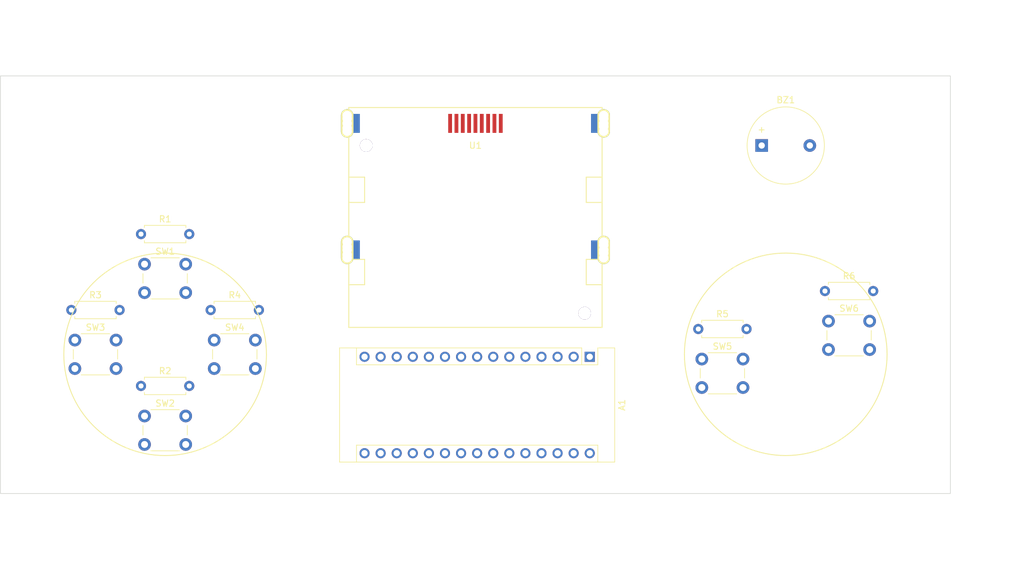
<source format=kicad_pcb>
(kicad_pcb (version 20211014) (generator pcbnew)
  (layers (0 "F.Cu" signal) (31 "B.Cu" signal) (34 "B.Paste" user) (35 "F.Paste" user) (36 "B.SilkS" user "B.Silkscreen") (37 "F.SilkS" user "F.Silkscreen") (38 "B.Mask" user) (39 "F.Mask" user) (44 "Edge.Cuts" user))
  (net 0 "")
  (net 4 "GND")
  (net 5 "/ARDUINO_PAD_UP_PIN")
  (net 6 "/ARDUINO_PAD_DOWN_PIN")
  (net 7 "/ARDUINO_PAD_LEFT_PIN")
  (net 8 "/ARDUINO_PAD_RIGHT_PIN")
  (net 9 "/ARDUINO_PAD_A_PIN")
  (net 10 "/ARDUINO_PAD_B_PIN")
  (net 11 "/ARDUINO_BUZZER_PIN")
  (net 12 "/ARDUINO_DC_PIN")
  (net 13 "/ARDUINO_RESET_PIN")
  (net 14 "/ARDUINO_MOSI_PIN")
  (net 15 "/ARDUINO_SS_PIN")
  (net 16 "/ARDUINO_SCK_PIN")
  (net 17 "+3V3")
  (net 29 "VCC")
  (net 30 "Net-(R3-Pad1)")
  (net 31 "Net-(R4-Pad1)")
  (net 32 "Net-(R5-Pad1)")
  (net 33 "Net-(R6-Pad1)")
  (net 41 "Net-(R1-Pad1)")
  (net 42 "Net-(SW2-Pad3)")
  (footprint "Resistor_THT:R_Axial_DIN0207_L6.3mm_D2.5mm_P7.62mm_Horizontal" (layer "F.Cu") (at 83.19 87)
    (fp_text reference "R4" (at 3.81 -2.37) (layer "F.SilkS"))
    (fp_text value "10K")
    (fp_line (start 0.54 1.37) (end 7.08 1.37) (layer "F.SilkS") (width 0.12))
    (fp_line (start 7.08 -1.37) (end 7.08 -1.04) (layer "F.SilkS") (width 0.12))
    (fp_line (start 0.54 -1.37) (end 7.08 -1.37) (layer "F.SilkS") (width 0.12))
    (fp_line (start 7.08 1.37) (end 7.08 1.04) (layer "F.SilkS") (width 0.12))
    (fp_line (start 0.54 -1.04) (end 0.54 -1.37) (layer "F.SilkS") (width 0.12))
    (fp_line (start 0.54 1.04) (end 0.54 1.37) (layer "F.SilkS") (width 0.12))
    (pad "1" thru_hole circle (at 0 0) (size 1.6 1.6) (drill 0.8) (layers *.Cu *.Mask) (net 31 "Net-(R4-Pad1)"))
    (pad "2" thru_hole oval (at 7.62 0) (size 1.6 1.6) (drill 0.8) (layers *.Cu *.Mask) (net 4 "GND"))
  )
  (footprint "Footprints:SW_PUSH_6mm_ALT" (layer "F.Cu") (at 83.75 91.75)
    (fp_text reference "SW4" (at 3.25 -2) (layer "F.SilkS"))
    (fp_text value "SW_Push_Dual")
    (fp_line (start 5.5 -1) (end 1 -1) (layer "F.SilkS") (width 0.12))
    (fp_line (start 6.75 3) (end 6.75 1.5) (layer "F.SilkS") (width 0.12))
    (fp_line (start 1 5.5) (end 5.5 5.5) (layer "F.SilkS") (width 0.12))
    (fp_line (start -0.25 1.5) (end -0.25 3) (layer "F.SilkS") (width 0.12))
    (pad "1" thru_hole circle (at 0 0 90) (size 2 2) (drill 1.1) (layers *.Cu *.Mask) (net 17 "+3V3"))
    (pad "2" thru_hole circle (at 6.5 0 90) (size 2 2) (drill 1.1) (layers *.Cu *.Mask))
    (pad "3" thru_hole circle (at 0 4.5 90) (size 2 2) (drill 1.1) (layers *.Cu *.Mask) (net 31 "Net-(R4-Pad1)"))
    (pad "4" thru_hole circle (at 6.5 4.5 90) (size 2 2) (drill 1.1) (layers *.Cu *.Mask) (net 8 "/ARDUINO_PAD_RIGHT_PIN"))
  )
  (footprint "Footprints:SW_PUSH_6mm_ALT" (layer "F.Cu") (at 160.75 94.75)
    (fp_text reference "SW5" (at 3.25 -2) (layer "F.SilkS"))
    (fp_text value "SW_Push_Dual")
    (fp_line (start -0.25 1.5) (end -0.25 3) (layer "F.SilkS") (width 0.12))
    (fp_line (start 1 5.5) (end 5.5 5.5) (layer "F.SilkS") (width 0.12))
    (fp_line (start 5.5 -1) (end 1 -1) (layer "F.SilkS") (width 0.12))
    (fp_line (start 6.75 3) (end 6.75 1.5) (layer "F.SilkS") (width 0.12))
    (pad "1" thru_hole circle (at 0 0 90) (size 2 2) (drill 1.1) (layers *.Cu *.Mask) (net 17 "+3V3"))
    (pad "2" thru_hole circle (at 6.5 0 90) (size 2 2) (drill 1.1) (layers *.Cu *.Mask))
    (pad "3" thru_hole circle (at 0 4.5 90) (size 2 2) (drill 1.1) (layers *.Cu *.Mask) (net 32 "Net-(R5-Pad1)"))
    (pad "4" thru_hole circle (at 6.5 4.5 90) (size 2 2) (drill 1.1) (layers *.Cu *.Mask) (net 9 "/ARDUINO_PAD_A_PIN"))
  )
  (footprint "Resistor_THT:R_Axial_DIN0207_L6.3mm_D2.5mm_P7.62mm_Horizontal" (layer "F.Cu") (at 61.19 87)
    (fp_text reference "R3" (at 3.81 -2.37) (layer "F.SilkS"))
    (fp_text value "10K")
    (fp_line (start 0.54 1.04) (end 0.54 1.37) (layer "F.SilkS") (width 0.12))
    (fp_line (start 0.54 -1.04) (end 0.54 -1.37) (layer "F.SilkS") (width 0.12))
    (fp_line (start 0.54 -1.37) (end 7.08 -1.37) (layer "F.SilkS") (width 0.12))
    (fp_line (start 0.54 1.37) (end 7.08 1.37) (layer "F.SilkS") (width 0.12))
    (fp_line (start 7.08 1.37) (end 7.08 1.04) (layer "F.SilkS") (width 0.12))
    (fp_line (start 7.08 -1.37) (end 7.08 -1.04) (layer "F.SilkS") (width 0.12))
    (pad "1" thru_hole circle (at 0 0) (size 1.6 1.6) (drill 0.8) (layers *.Cu *.Mask) (net 30 "Net-(R3-Pad1)"))
    (pad "2" thru_hole oval (at 7.62 0) (size 1.6 1.6) (drill 0.8) (layers *.Cu *.Mask) (net 4 "GND"))
  )
  (footprint "Resistor_THT:R_Axial_DIN0207_L6.3mm_D2.5mm_P7.62mm_Horizontal" (layer "F.Cu") (at 180.19 84)
    (fp_text reference "R6" (at 3.81 -2.37) (layer "F.SilkS"))
    (fp_text value "10K")
    (fp_line (start 0.54 -1.37) (end 7.08 -1.37) (layer "F.SilkS") (width 0.12))
    (fp_line (start 7.08 1.37) (end 7.08 1.04) (layer "F.SilkS") (width 0.12))
    (fp_line (start 0.54 1.37) (end 7.08 1.37) (layer "F.SilkS") (width 0.12))
    (fp_line (start 0.54 1.04) (end 0.54 1.37) (layer "F.SilkS") (width 0.12))
    (fp_line (start 0.54 -1.04) (end 0.54 -1.37) (layer "F.SilkS") (width 0.12))
    (fp_line (start 7.08 -1.37) (end 7.08 -1.04) (layer "F.SilkS") (width 0.12))
    (pad "1" thru_hole circle (at 0 0) (size 1.6 1.6) (drill 0.8) (layers *.Cu *.Mask) (net 33 "Net-(R6-Pad1)"))
    (pad "2" thru_hole oval (at 7.62 0) (size 1.6 1.6) (drill 0.8) (layers *.Cu *.Mask) (net 4 "GND"))
  )
  (footprint "Buzzer_Beeper:Buzzer_12x9.5RM7.6" (layer "F.Cu") (at 170.2 61)
    (fp_text reference "BZ1" (at 3.8 -7.2) (layer "F.SilkS"))
    (fp_text value "Buzzer")
    (fp_text user "+" (at -0.01 -2.54) (layer "F.SilkS"))
    (fp_circle (center 3.8 0) (end 9.9 0) (layer "F.SilkS") (width 0.12) (fill none))
    (pad "1" thru_hole rect (at 0 0) (size 2 2) (drill 1) (layers *.Cu *.Mask) (net 11 "/ARDUINO_BUZZER_PIN"))
    (pad "2" thru_hole circle (at 7.6 0) (size 2 2) (drill 1) (layers *.Cu *.Mask) (net 4 "GND"))
  )
  (footprint "Footprints:SW_PUSH_6mm_ALT" (layer "F.Cu") (at 61.75 91.75)
    (fp_text reference "SW3" (at 3.25 -2) (layer "F.SilkS"))
    (fp_text value "SW_Push_Dual")
    (fp_line (start 6.75 3) (end 6.75 1.5) (layer "F.SilkS") (width 0.12))
    (fp_line (start -0.25 1.5) (end -0.25 3) (layer "F.SilkS") (width 0.12))
    (fp_line (start 5.5 -1) (end 1 -1) (layer "F.SilkS") (width 0.12))
    (fp_line (start 1 5.5) (end 5.5 5.5) (layer "F.SilkS") (width 0.12))
    (pad "1" thru_hole circle (at 0 0 90) (size 2 2) (drill 1.1) (layers *.Cu *.Mask) (net 17 "+3V3"))
    (pad "2" thru_hole circle (at 6.5 0 90) (size 2 2) (drill 1.1) (layers *.Cu *.Mask))
    (pad "3" thru_hole circle (at 0 4.5 90) (size 2 2) (drill 1.1) (layers *.Cu *.Mask) (net 30 "Net-(R3-Pad1)"))
    (pad "4" thru_hole circle (at 6.5 4.5 90) (size 2 2) (drill 1.1) (layers *.Cu *.Mask) (net 7 "/ARDUINO_PAD_LEFT_PIN"))
  )
  (footprint "Resistor_THT:R_Axial_DIN0207_L6.3mm_D2.5mm_P7.62mm_Horizontal" (layer "F.Cu") (at 72.19 75)
    (fp_text reference "R1" (at 3.81 -2.37) (layer "F.SilkS"))
    (fp_text value "10K")
    (fp_line (start 7.08 -1.37) (end 7.08 -1.04) (layer "F.SilkS") (width 0.12))
    (fp_line (start 0.54 1.37) (end 7.08 1.37) (layer "F.SilkS") (width 0.12))
    (fp_line (start 0.54 1.04) (end 0.54 1.37) (layer "F.SilkS") (width 0.12))
    (fp_line (start 0.54 -1.37) (end 7.08 -1.37) (layer "F.SilkS") (width 0.12))
    (fp_line (start 0.54 -1.04) (end 0.54 -1.37) (layer "F.SilkS") (width 0.12))
    (fp_line (start 7.08 1.37) (end 7.08 1.04) (layer "F.SilkS") (width 0.12))
    (pad "1" thru_hole circle (at 0 0) (size 1.6 1.6) (drill 0.8) (layers *.Cu *.Mask) (net 41 "Net-(R1-Pad1)"))
    (pad "2" thru_hole oval (at 7.62 0) (size 1.6 1.6) (drill 0.8) (layers *.Cu *.Mask) (net 4 "GND"))
  )
  (footprint "Resistor_THT:R_Axial_DIN0207_L6.3mm_D2.5mm_P7.62mm_Horizontal" (layer "F.Cu") (at 72.19 99)
    (fp_text reference "R2" (at 3.81 -2.37) (layer "F.SilkS"))
    (fp_text value "10K")
    (fp_line (start 7.08 1.37) (end 7.08 1.04) (layer "F.SilkS") (width 0.12))
    (fp_line (start 7.08 -1.37) (end 7.08 -1.04) (layer "F.SilkS") (width 0.12))
    (fp_line (start 0.54 1.04) (end 0.54 1.37) (layer "F.SilkS") (width 0.12))
    (fp_line (start 0.54 1.37) (end 7.08 1.37) (layer "F.SilkS") (width 0.12))
    (fp_line (start 0.54 -1.37) (end 7.08 -1.37) (layer "F.SilkS") (width 0.12))
    (fp_line (start 0.54 -1.04) (end 0.54 -1.37) (layer "F.SilkS") (width 0.12))
    (pad "1" thru_hole circle (at 0 0) (size 1.6 1.6) (drill 0.8) (layers *.Cu *.Mask) (net 42 "Net-(SW2-Pad3)"))
    (pad "2" thru_hole oval (at 7.62 0) (size 1.6 1.6) (drill 0.8) (layers *.Cu *.Mask) (net 4 "GND"))
  )
  (footprint "Footprints:SW_PUSH_6mm_ALT" (layer "F.Cu") (at 180.75 88.75)
    (fp_text reference "SW6" (at 3.25 -2) (layer "F.SilkS"))
    (fp_text value "SW_Push_Dual")
    (fp_line (start 5.5 -1) (end 1 -1) (layer "F.SilkS") (width 0.12))
    (fp_line (start 6.75 3) (end 6.75 1.5) (layer "F.SilkS") (width 0.12))
    (fp_line (start 1 5.5) (end 5.5 5.5) (layer "F.SilkS") (width 0.12))
    (fp_line (start -0.25 1.5) (end -0.25 3) (layer "F.SilkS") (width 0.12))
    (pad "1" thru_hole circle (at 0 0 90) (size 2 2) (drill 1.1) (layers *.Cu *.Mask) (net 17 "+3V3"))
    (pad "2" thru_hole circle (at 6.5 0 90) (size 2 2) (drill 1.1) (layers *.Cu *.Mask))
    (pad "3" thru_hole circle (at 0 4.5 90) (size 2 2) (drill 1.1) (layers *.Cu *.Mask) (net 33 "Net-(R6-Pad1)"))
    (pad "4" thru_hole circle (at 6.5 4.5 90) (size 2 2) (drill 1.1) (layers *.Cu *.Mask) (net 10 "/ARDUINO_PAD_B_PIN"))
  )
  (footprint "Footprints:SW_PUSH_6mm_ALT" (layer "F.Cu") (at 72.75 79.75)
    (fp_text reference "SW1" (at 3.25 -2) (layer "F.SilkS"))
    (fp_text value "SW_Push_Dual")
    (fp_line (start 5.5 -1) (end 1 -1) (layer "F.SilkS") (width 0.12))
    (fp_line (start -0.25 1.5) (end -0.25 3) (layer "F.SilkS") (width 0.12))
    (fp_line (start 6.75 3) (end 6.75 1.5) (layer "F.SilkS") (width 0.12))
    (fp_line (start 1 5.5) (end 5.5 5.5) (layer "F.SilkS") (width 0.12))
    (pad "1" thru_hole circle (at 0 0 90) (size 2 2) (drill 1.1) (layers *.Cu *.Mask) (net 17 "+3V3"))
    (pad "2" thru_hole circle (at 6.5 0 90) (size 2 2) (drill 1.1) (layers *.Cu *.Mask))
    (pad "3" thru_hole circle (at 0 4.5 90) (size 2 2) (drill 1.1) (layers *.Cu *.Mask) (net 41 "Net-(R1-Pad1)"))
    (pad "4" thru_hole circle (at 6.5 4.5 90) (size 2 2) (drill 1.1) (layers *.Cu *.Mask) (net 5 "/ARDUINO_PAD_UP_PIN"))
  )
  (footprint "Nokia_5110-3310_LCD:Nokia_5110-3310_LCD" (layer "F.Cu") (at 125 55)
    (fp_text reference "U1" (at 0 6) (layer "F.SilkS"))
    (fp_text value "Nokia_5110_LCD")
    (fp_line (start 20 34.75) (end -20 34.75) (layer "F.SilkS") (width 0.15))
    (fp_line (start -20 24) (end -17.5 24) (layer "F.SilkS") (width 0.15))
    (fp_line (start 17.5 24) (end 17.5 28) (layer "F.SilkS") (width 0.15))
    (fp_line (start -17.5 24) (end -17.5 28) (layer "F.SilkS") (width 0.15))
    (fp_line (start 20 24) (end 17.5 24) (layer "F.SilkS") (width 0.15))
    (fp_line (start -20 11) (end -17.5 11) (layer "F.SilkS") (width 0.15))
    (fp_line (start -20 0) (end -20 34.75) (layer "F.SilkS") (width 0.15))
    (fp_line (start 20 11) (end 17.5 11) (layer "F.SilkS") (width 0.15))
    (fp_line (start 17.5 28) (end 20 28) (layer "F.SilkS") (width 0.15))
    (fp_line (start -17.5 28) (end -20 28) (layer "F.SilkS") (width 0.15))
    (fp_line (start -20 0) (end 20 0) (layer "F.SilkS") (width 0.15))
    (fp_line (start -17.5 15) (end -20 15) (layer "F.SilkS") (width 0.15))
    (fp_line (start -17.5 11) (end -17.5 15) (layer "F.SilkS") (width 0.15))
    (fp_line (start 20 0) (end 20 34.75) (layer "F.SilkS") (width 0.15))
    (fp_line (start 17.5 11) (end 17.5 15) (layer "F.SilkS") (width 0.15))
    (fp_line (start 17.5 15) (end 20 15) (layer "F.SilkS") (width 0.15))
    (pad "" np_thru_hole circle locked (at -20.25 3.75) (size 1.5 1.5) (drill 1.5) (layers *.Mask "B.Cu" "F.SilkS"))
    (pad "" np_thru_hole circle locked (at -20.25 22) (size 1.5 1.5) (drill 1.5) (layers *.Mask "B.Cu" "F.SilkS"))
    (pad "" np_thru_hole circle locked (at 20.25 23) (size 1.5 1.5) (drill 1.5) (layers *.Mask "B.Cu" "F.SilkS"))
    (pad "" smd rect locked (at 19 2.5) (size 1.5 3) (layers "B.Cu" "B.Mask"))
    (pad "" np_thru_hole circle locked (at -20.25 23.25) (size 1.5 1.5) (drill 1.5) (layers *.Mask "B.Cu" "F.SilkS"))
    (pad "" np_thru_hole oval locked (at 20.25 2.5) (size 2 4.5) (drill 1.5) (layers *.Mask "B.Cu" "F.SilkS"))
    (pad "" smd rect locked (at -19 22.5) (size 1.5 3) (layers "B.Cu" "B.Mask"))
    (pad "" thru_hole circle locked (at -17.25 6) (size 2 2) (drill 2) (layers *.Cu))
    (pad "" np_thru_hole oval locked (at 20.25 22.5) (size 2 4.5) (drill 1.5) (layers *.Mask "B.Cu" "F.SilkS"))
    (pad "" np_thru_hole circle locked (at 20.25 3) (size 1.5 1.5) (drill 1.5) (layers *.Mask "B.Cu" "F.SilkS"))
    (pad "" np_thru_hole circle locked (at -20.25 23.75) (size 1.5 1.5) (drill 1.5) (layers *.Mask "B.Cu" "F.SilkS"))
    (pad "" np_thru_hole circle locked (at 20.25 1.75) (size 1.5 1.5) (drill 1.5) (layers *.Mask "B.Cu" "F.SilkS"))
    (pad "" np_thru_hole circle locked (at 20.25 21.75) (size 1.5 1.5) (drill 1.5) (layers *.Mask "B.Cu" "F.SilkS"))
    (pad "" np_thru_hole circle locked (at -20.25 21.25) (size 1.5 1.5) (drill 1.5) (layers *.Mask "B.Cu" "F.SilkS"))
    (pad "" smd rect locked (at -19 2.5) (size 1.5 3) (layers "B.Cu" "B.Mask"))
    (pad "" thru_hole circle locked (at 17.25 32.5) (size 2 2) (drill 2) (layers *.Cu))
    (pad "" np_thru_hole circle locked (at 20.25 23.75) (size 1.5 1.5) (drill 1.5) (layers *.Mask "B.Cu" "F.SilkS"))
    (pad "" smd rect locked (at 19 22.5) (size 1.5 3) (layers "B.Cu" "B.Mask"))
    (pad "" np_thru_hole circle locked (at -20.25 1.25) (size 1.5 1.5) (drill 1.5) (layers *.Mask "B.Cu" "F.SilkS"))
    (pad "" np_thru_hole oval locked (at -20.25 2.5) (size 2 4.5) (drill 1.5) (layers *.Mask "B.Cu" "F.SilkS"))
    (pad "" np_thru_hole oval locked (at -20.25 22.5) (size 2 4.5) (drill 1.5) (layers *.Mask "B.Cu" "F.SilkS"))
    (pad "" np_thru_hole circle locked (at -20.25 1.75) (size 1.5 1.5) (drill 1.5) (layers *.Mask "B.Cu" "F.SilkS"))
    (pad "" np_thru_hole circle locked (at -20.25 3.25) (size 1.5 1.5) (drill 1.5) (layers *.Mask "B.Cu" "F.SilkS"))
    (pad "" np_thru_hole circle locked (at 20.25 3.75) (size 1.5 1.5) (drill 1.5) (layers *.Mask "B.Cu" "F.SilkS"))
    (pad "" np_thru_hole circle locked (at 20.25 1.25) (size 1.5 1.5) (drill 1.5) (layers *.Mask "B.Cu" "F.SilkS"))
    (pad "" np_thru_hole circle locked (at 20.25 21.25) (size 1.5 1.5) (drill 1.5) (layers *.Mask "B.Cu" "F.SilkS"))
    (pad "1" smd rect locked (at -4 2.5) (size 0.6 3) (layers "F.Cu" "F.Mask") (net 13 "/ARDUINO_RESET_PIN"))
    (pad "2" smd rect locked (at -3 2.5) (size 0.6 3) (layers "F.Cu" "F.Mask"))
    (pad "3" smd rect locked (at -2 2.5) (size 0.6 3) (layers "F.Cu" "F.Mask") (net 4 "GND"))
    (pad "4" smd rect locked (at -1 2.5) (size 0.6 3) (layers "F.Cu" "F.Mask"))
    (pad "5" smd rect locked (at 0 2.5) (size 0.6 3) (layers "F.Cu" "F.Mask") (net 15 "/ARDUINO_SS_PIN"))
    (pad "6" smd rect locked (at 1 2.5) (size 0.6 3) (layers "F.Cu" "F.Mask") (net 12 "/ARDUINO_DC_PIN"))
    (pad "7" smd rect locked (at 2 2.5) (size 0.6 3) (layers "F.Cu" "F.Mask") (net 14 "/ARDUINO_MOSI_PIN"))
    (pad "8" smd rect locked (at 3 2.5) (size 0.6 3) (layers "F.Cu" "F.Mask") (net 16 "/ARDUINO_SCK_PIN"))
    (pad "9" smd rect locked (at 4 2.5) (size 0.6 3) (layers "F.Cu" "F.Mask") (net 17 "+3V3"))
  )
  (footprint "Resistor_THT:R_Axial_DIN0207_L6.3mm_D2.5mm_P7.62mm_Horizontal" (layer "F.Cu") (at 160.19 90)
    (fp_text reference "R5" (at 3.81 -2.37) (layer "F.SilkS"))
    (fp_text value "10K")
    (fp_line (start 0.54 -1.37) (end 7.08 -1.37) (layer "F.SilkS") (width 0.12))
    (fp_line (start 0.54 -1.04) (end 0.54 -1.37) (layer "F.SilkS") (width 0.12))
    (fp_line (start 7.08 1.37) (end 7.08 1.04) (layer "F.SilkS") (width 0.12))
    (fp_line (start 0.54 1.04) (end 0.54 1.37) (layer "F.SilkS") (width 0.12))
    (fp_line (start 0.54 1.37) (end 7.08 1.37) (layer "F.SilkS") (width 0.12))
    (fp_line (start 7.08 -1.37) (end 7.08 -1.04) (layer "F.SilkS") (width 0.12))
    (pad "1" thru_hole circle (at 0 0) (size 1.6 1.6) (drill 0.8) (layers *.Cu *.Mask) (net 32 "Net-(R5-Pad1)"))
    (pad "2" thru_hole oval (at 7.62 0) (size 1.6 1.6) (drill 0.8) (layers *.Cu *.Mask) (net 4 "GND"))
  )
  (footprint "Footprints:SW_PUSH_6mm_ALT" (layer "F.Cu") (at 72.75 103.75)
    (fp_text reference "SW2" (at 3.25 -2) (layer "F.SilkS"))
    (fp_text value "SW_Push_Dual")
    (fp_line (start 6.75 3) (end 6.75 1.5) (layer "F.SilkS") (width 0.12))
    (fp_line (start 5.5 -1) (end 1 -1) (layer "F.SilkS") (width 0.12))
    (fp_line (start 1 5.5) (end 5.5 5.5) (layer "F.SilkS") (width 0.12))
    (fp_line (start -0.25 1.5) (end -0.25 3) (layer "F.SilkS") (width 0.12))
    (pad "1" thru_hole circle (at 0 0 90) (size 2 2) (drill 1.1) (layers *.Cu *.Mask) (net 17 "+3V3"))
    (pad "2" thru_hole circle (at 6.5 0 90) (size 2 2) (drill 1.1) (layers *.Cu *.Mask))
    (pad "3" thru_hole circle (at 0 4.5 90) (size 2 2) (drill 1.1) (layers *.Cu *.Mask) (net 42 "Net-(SW2-Pad3)"))
    (pad "4" thru_hole circle (at 6.5 4.5 90) (size 2 2) (drill 1.1) (layers *.Cu *.Mask) (net 6 "/ARDUINO_PAD_DOWN_PIN"))
  )
  (footprint "Module:Arduino_Nano" (layer "F.Cu") (at 143.05 94.39 -90)
    (fp_text reference "A1" (at 7.62 -5.08 90) (layer "F.SilkS"))
    (fp_text value "Arduino_Nano_Every")
    (fp_line (start 1.27 1.27) (end 1.27 36.83) (layer "F.SilkS") (width 0.12))
    (fp_line (start -1.4 -3.94) (end -1.4 -1.27) (layer "F.SilkS") (width 0.12))
    (fp_line (start 16.64 39.5) (end 16.64 -3.94) (layer "F.SilkS") (width 0.12))
    (fp_line (start 13.97 -1.27) (end 16.64 -1.27) (layer "F.SilkS") (width 0.12))
    (fp_line (start 1.27 1.27) (end 1.27 -1.27) (layer "F.SilkS") (width 0.12))
    (fp_line (start -1.4 1.27) (end -1.4 39.5) (layer "F.SilkS") (width 0.12))
    (fp_line (start 1.27 36.83) (end -1.4 36.83) (layer "F.SilkS") (width 0.12))
    (fp_line (start 1.27 -1.27) (end -1.4 -1.27) (layer "F.SilkS") (width 0.12))
    (fp_line (start 13.97 36.83) (end 16.64 36.83) (layer "F.SilkS") (width 0.12))
    (fp_line (start 16.64 -3.94) (end -1.4 -3.94) (layer "F.SilkS") (width 0.12))
    (fp_line (start -1.4 39.5) (end 16.64 39.5) (layer "F.SilkS") (width 0.12))
    (fp_line (start 13.97 -1.27) (end 13.97 36.83) (layer "F.SilkS") (width 0.12))
    (fp_line (start 1.27 1.27) (end -1.4 1.27) (layer "F.SilkS") (width 0.12))
    (pad "1" thru_hole rect (at 0 0 270) (size 1.6 1.6) (drill 1) (layers *.Cu *.Mask))
    (pad "2" thru_hole oval (at 0 2.54 270) (size 1.6 1.6) (drill 1) (layers *.Cu *.Mask))
    (pad "3" thru_hole oval (at 0 5.08 270) (size 1.6 1.6) (drill 1) (layers *.Cu *.Mask))
    (pad "4" thru_hole oval (at 0 7.62 270) (size 1.6 1.6) (drill 1) (layers *.Cu *.Mask) (net 4 "GND"))
    (pad "5" thru_hole oval (at 0 10.16 270) (size 1.6 1.6) (drill 1) (layers *.Cu *.Mask) (net 5 "/ARDUINO_PAD_UP_PIN"))
    (pad "6" thru_hole oval (at 0 12.7 270) (size 1.6 1.6) (drill 1) (layers *.Cu *.Mask) (net 6 "/ARDUINO_PAD_DOWN_PIN"))
    (pad "7" thru_hole oval (at 0 15.24 270) (size 1.6 1.6) (drill 1) (layers *.Cu *.Mask) (net 7 "/ARDUINO_PAD_LEFT_PIN"))
    (pad "8" thru_hole oval (at 0 17.78 270) (size 1.6 1.6) (drill 1) (layers *.Cu *.Mask) (net 8 "/ARDUINO_PAD_RIGHT_PIN"))
    (pad "9" thru_hole oval (at 0 20.32 270) (size 1.6 1.6) (drill 1) (layers *.Cu *.Mask) (net 9 "/ARDUINO_PAD_A_PIN"))
    (pad "10" thru_hole oval (at 0 22.86 270) (size 1.6 1.6) (drill 1) (layers *.Cu *.Mask) (net 10 "/ARDUINO_PAD_B_PIN"))
    (pad "11" thru_hole oval (at 0 25.4 270) (size 1.6 1.6) (drill 1) (layers *.Cu *.Mask) (net 11 "/ARDUINO_BUZZER_PIN"))
    (pad "12" thru_hole oval (at 0 27.94 270) (size 1.6 1.6) (drill 1) (layers *.Cu *.Mask) (net 12 "/ARDUINO_DC_PIN"))
    (pad "13" thru_hole oval (at 0 30.48 270) (size 1.6 1.6) (drill 1) (layers *.Cu *.Mask) (net 13 "/ARDUINO_RESET_PIN"))
    (pad "14" thru_hole oval (at 0 33.02 270) (size 1.6 1.6) (drill 1) (layers *.Cu *.Mask) (net 14 "/ARDUINO_MOSI_PIN"))
    (pad "15" thru_hole oval (at 0 35.56 270) (size 1.6 1.6) (drill 1) (layers *.Cu *.Mask) (net 15 "/ARDUINO_SS_PIN"))
    (pad "16" thru_hole oval (at 15.24 35.56 270) (size 1.6 1.6) (drill 1) (layers *.Cu *.Mask) (net 16 "/ARDUINO_SCK_PIN"))
    (pad "17" thru_hole oval (at 15.24 33.02 270) (size 1.6 1.6) (drill 1) (layers *.Cu *.Mask) (net 17 "+3V3"))
    (pad "18" thru_hole oval (at 15.24 30.48 270) (size 1.6 1.6) (drill 1) (layers *.Cu *.Mask))
    (pad "19" thru_hole oval (at 15.24 27.94 270) (size 1.6 1.6) (drill 1) (layers *.Cu *.Mask))
    (pad "20" thru_hole oval (at 15.24 25.4 270) (size 1.6 1.6) (drill 1) (layers *.Cu *.Mask))
    (pad "21" thru_hole oval (at 15.24 22.86 270) (size 1.6 1.6) (drill 1) (layers *.Cu *.Mask))
    (pad "22" thru_hole oval (at 15.24 20.32 270) (size 1.6 1.6) (drill 1) (layers *.Cu *.Mask))
    (pad "23" thru_hole oval (at 15.24 17.78 270) (size 1.6 1.6) (drill 1) (layers *.Cu *.Mask))
    (pad "24" thru_hole oval (at 15.24 15.24 270) (size 1.6 1.6) (drill 1) (layers *.Cu *.Mask))
    (pad "25" thru_hole oval (at 15.24 12.7 270) (size 1.6 1.6) (drill 1) (layers *.Cu *.Mask))
    (pad "26" thru_hole oval (at 15.24 10.16 270) (size 1.6 1.6) (drill 1) (layers *.Cu *.Mask))
    (pad "27" thru_hole oval (at 15.24 7.62 270) (size 1.6 1.6) (drill 1) (layers *.Cu *.Mask))
    (pad "28" thru_hole oval (at 15.24 5.08 270) (size 1.6 1.6) (drill 1) (layers *.Cu *.Mask))
    (pad "29" thru_hole oval (at 15.24 2.54 270) (size 1.6 1.6) (drill 1) (layers *.Cu *.Mask) (net 4 "GND"))
    (pad "30" thru_hole oval (at 15.24 0 270) (size 1.6 1.6) (drill 1) (layers *.Cu *.Mask) (net 29 "VCC"))
  )
  (gr_circle (center 76 94) (end 92 94) (layer "F.SilkS") (width 0.15) (fill none))
  (gr_circle (center 174 94) (end 190 94) (layer "F.SilkS") (width 0.15) (fill none))
  (gr_rect (start 50 50) (end 200 116) (layer "Edge.Cuts") (width 0.1) (fill none))
)
</source>
